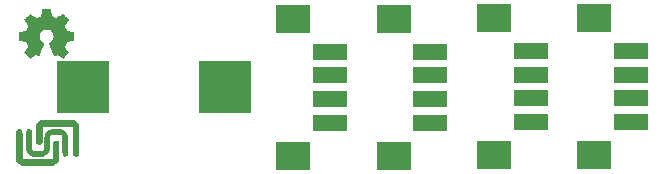
<source format=gbr>
G04 #@! TF.FileFunction,Soldermask,Bot*
%FSLAX46Y46*%
G04 Gerber Fmt 4.6, Leading zero omitted, Abs format (unit mm)*
G04 Created by KiCad (PCBNEW 4.0.7) date Thu Nov 30 10:56:44 2017*
%MOMM*%
%LPD*%
G01*
G04 APERTURE LIST*
%ADD10C,0.100000*%
%ADD11C,0.010000*%
%ADD12R,2.900000X1.400000*%
%ADD13R,2.900000X2.400000*%
%ADD14R,4.400000X4.400000*%
G04 APERTURE END LIST*
D10*
D11*
G36*
X122053764Y-95064576D02*
X122003448Y-95084914D01*
X121960705Y-95121371D01*
X121898833Y-95183243D01*
X121898833Y-96369411D01*
X121898885Y-96624061D01*
X121899120Y-96839972D01*
X121899655Y-97020738D01*
X121900612Y-97169954D01*
X121902108Y-97291213D01*
X121904262Y-97388110D01*
X121907194Y-97464239D01*
X121911021Y-97523194D01*
X121915863Y-97568569D01*
X121921839Y-97603960D01*
X121929068Y-97632959D01*
X121937668Y-97659161D01*
X121941873Y-97670611D01*
X122016721Y-97812259D01*
X122125413Y-97934798D01*
X122261092Y-98030771D01*
X122283829Y-98042655D01*
X122413595Y-98107500D01*
X124982405Y-98107500D01*
X125112171Y-98042655D01*
X125251379Y-97951412D01*
X125364650Y-97832459D01*
X125445129Y-97693256D01*
X125454127Y-97670611D01*
X125465942Y-97636612D01*
X125475381Y-97601250D01*
X125482710Y-97559522D01*
X125488191Y-97506422D01*
X125492091Y-97436947D01*
X125494674Y-97346092D01*
X125496204Y-97228850D01*
X125496945Y-97080220D01*
X125497163Y-96895195D01*
X125497167Y-96856244D01*
X125497167Y-96156910D01*
X125436852Y-96096595D01*
X125352364Y-96037457D01*
X125262066Y-96017755D01*
X125173349Y-96036699D01*
X125093606Y-96093505D01*
X125058748Y-96136838D01*
X125044951Y-96158381D01*
X125034060Y-96180685D01*
X125025732Y-96208744D01*
X125019623Y-96247555D01*
X125015390Y-96302111D01*
X125012688Y-96377407D01*
X125011175Y-96478438D01*
X125010506Y-96610198D01*
X125010338Y-96777682D01*
X125010333Y-96840296D01*
X125010333Y-97471832D01*
X124948570Y-97540958D01*
X124886806Y-97610083D01*
X122509194Y-97610083D01*
X122447430Y-97540958D01*
X122385667Y-97471832D01*
X122385667Y-96359865D01*
X122385628Y-96105614D01*
X122385312Y-95890226D01*
X122384416Y-95710234D01*
X122382636Y-95562167D01*
X122379672Y-95442557D01*
X122375221Y-95347934D01*
X122368981Y-95274828D01*
X122360649Y-95219771D01*
X122349922Y-95179292D01*
X122336500Y-95149924D01*
X122320078Y-95128196D01*
X122300357Y-95110640D01*
X122277032Y-95093786D01*
X122275245Y-95092535D01*
X122222496Y-95071351D01*
X122148573Y-95060202D01*
X122125329Y-95059500D01*
X122053764Y-95064576D01*
X122053764Y-95064576D01*
G37*
X122053764Y-95064576D02*
X122003448Y-95084914D01*
X121960705Y-95121371D01*
X121898833Y-95183243D01*
X121898833Y-96369411D01*
X121898885Y-96624061D01*
X121899120Y-96839972D01*
X121899655Y-97020738D01*
X121900612Y-97169954D01*
X121902108Y-97291213D01*
X121904262Y-97388110D01*
X121907194Y-97464239D01*
X121911021Y-97523194D01*
X121915863Y-97568569D01*
X121921839Y-97603960D01*
X121929068Y-97632959D01*
X121937668Y-97659161D01*
X121941873Y-97670611D01*
X122016721Y-97812259D01*
X122125413Y-97934798D01*
X122261092Y-98030771D01*
X122283829Y-98042655D01*
X122413595Y-98107500D01*
X124982405Y-98107500D01*
X125112171Y-98042655D01*
X125251379Y-97951412D01*
X125364650Y-97832459D01*
X125445129Y-97693256D01*
X125454127Y-97670611D01*
X125465942Y-97636612D01*
X125475381Y-97601250D01*
X125482710Y-97559522D01*
X125488191Y-97506422D01*
X125492091Y-97436947D01*
X125494674Y-97346092D01*
X125496204Y-97228850D01*
X125496945Y-97080220D01*
X125497163Y-96895195D01*
X125497167Y-96856244D01*
X125497167Y-96156910D01*
X125436852Y-96096595D01*
X125352364Y-96037457D01*
X125262066Y-96017755D01*
X125173349Y-96036699D01*
X125093606Y-96093505D01*
X125058748Y-96136838D01*
X125044951Y-96158381D01*
X125034060Y-96180685D01*
X125025732Y-96208744D01*
X125019623Y-96247555D01*
X125015390Y-96302111D01*
X125012688Y-96377407D01*
X125011175Y-96478438D01*
X125010506Y-96610198D01*
X125010338Y-96777682D01*
X125010333Y-96840296D01*
X125010333Y-97471832D01*
X124948570Y-97540958D01*
X124886806Y-97610083D01*
X122509194Y-97610083D01*
X122447430Y-97540958D01*
X122385667Y-97471832D01*
X122385667Y-96359865D01*
X122385628Y-96105614D01*
X122385312Y-95890226D01*
X122384416Y-95710234D01*
X122382636Y-95562167D01*
X122379672Y-95442557D01*
X122375221Y-95347934D01*
X122368981Y-95274828D01*
X122360649Y-95219771D01*
X122349922Y-95179292D01*
X122336500Y-95149924D01*
X122320078Y-95128196D01*
X122300357Y-95110640D01*
X122277032Y-95093786D01*
X122275245Y-95092535D01*
X122222496Y-95071351D01*
X122148573Y-95060202D01*
X122125329Y-95059500D01*
X122053764Y-95064576D01*
G36*
X123977163Y-94320011D02*
X123837955Y-94411254D01*
X123724683Y-94530207D01*
X123644205Y-94669411D01*
X123635206Y-94692055D01*
X123623391Y-94726055D01*
X123613953Y-94761416D01*
X123606624Y-94803145D01*
X123601142Y-94856244D01*
X123597242Y-94925719D01*
X123594660Y-95016575D01*
X123593130Y-95133816D01*
X123592388Y-95282447D01*
X123592171Y-95467472D01*
X123592167Y-95506422D01*
X123592167Y-96205756D01*
X123652482Y-96266071D01*
X123736969Y-96325209D01*
X123827268Y-96344912D01*
X123915985Y-96325967D01*
X123995728Y-96269162D01*
X124030585Y-96225828D01*
X124044383Y-96204286D01*
X124055274Y-96181982D01*
X124063602Y-96153922D01*
X124069711Y-96115111D01*
X124073944Y-96060555D01*
X124076645Y-95985259D01*
X124078158Y-95884228D01*
X124078827Y-95752468D01*
X124078996Y-95584984D01*
X124079000Y-95522370D01*
X124079000Y-94890835D01*
X124140764Y-94821709D01*
X124202527Y-94752583D01*
X126580140Y-94752583D01*
X126641903Y-94821709D01*
X126703667Y-94890835D01*
X126703667Y-95991847D01*
X126703746Y-96247581D01*
X126704179Y-96464436D01*
X126705260Y-96645865D01*
X126707280Y-96795321D01*
X126710534Y-96916259D01*
X126715313Y-97012132D01*
X126721911Y-97086394D01*
X126730621Y-97142498D01*
X126741736Y-97183898D01*
X126755548Y-97214049D01*
X126772351Y-97236403D01*
X126792438Y-97254413D01*
X126811974Y-97268650D01*
X126869483Y-97291976D01*
X126948708Y-97302873D01*
X126964005Y-97303166D01*
X127035570Y-97298090D01*
X127085885Y-97277752D01*
X127128628Y-97241295D01*
X127190500Y-97179423D01*
X127190500Y-95993255D01*
X127190448Y-95738605D01*
X127190214Y-95522695D01*
X127189678Y-95341928D01*
X127188721Y-95192713D01*
X127187226Y-95071454D01*
X127185071Y-94974557D01*
X127182140Y-94898428D01*
X127178313Y-94839473D01*
X127173471Y-94794097D01*
X127167495Y-94758707D01*
X127160266Y-94729708D01*
X127151665Y-94703505D01*
X127147461Y-94692055D01*
X127072612Y-94550408D01*
X126963921Y-94427868D01*
X126828242Y-94331896D01*
X126805504Y-94320011D01*
X126675739Y-94255166D01*
X124106928Y-94255166D01*
X123977163Y-94320011D01*
X123977163Y-94320011D01*
G37*
X123977163Y-94320011D02*
X123837955Y-94411254D01*
X123724683Y-94530207D01*
X123644205Y-94669411D01*
X123635206Y-94692055D01*
X123623391Y-94726055D01*
X123613953Y-94761416D01*
X123606624Y-94803145D01*
X123601142Y-94856244D01*
X123597242Y-94925719D01*
X123594660Y-95016575D01*
X123593130Y-95133816D01*
X123592388Y-95282447D01*
X123592171Y-95467472D01*
X123592167Y-95506422D01*
X123592167Y-96205756D01*
X123652482Y-96266071D01*
X123736969Y-96325209D01*
X123827268Y-96344912D01*
X123915985Y-96325967D01*
X123995728Y-96269162D01*
X124030585Y-96225828D01*
X124044383Y-96204286D01*
X124055274Y-96181982D01*
X124063602Y-96153922D01*
X124069711Y-96115111D01*
X124073944Y-96060555D01*
X124076645Y-95985259D01*
X124078158Y-95884228D01*
X124078827Y-95752468D01*
X124078996Y-95584984D01*
X124079000Y-95522370D01*
X124079000Y-94890835D01*
X124140764Y-94821709D01*
X124202527Y-94752583D01*
X126580140Y-94752583D01*
X126641903Y-94821709D01*
X126703667Y-94890835D01*
X126703667Y-95991847D01*
X126703746Y-96247581D01*
X126704179Y-96464436D01*
X126705260Y-96645865D01*
X126707280Y-96795321D01*
X126710534Y-96916259D01*
X126715313Y-97012132D01*
X126721911Y-97086394D01*
X126730621Y-97142498D01*
X126741736Y-97183898D01*
X126755548Y-97214049D01*
X126772351Y-97236403D01*
X126792438Y-97254413D01*
X126811974Y-97268650D01*
X126869483Y-97291976D01*
X126948708Y-97302873D01*
X126964005Y-97303166D01*
X127035570Y-97298090D01*
X127085885Y-97277752D01*
X127128628Y-97241295D01*
X127190500Y-97179423D01*
X127190500Y-95993255D01*
X127190448Y-95738605D01*
X127190214Y-95522695D01*
X127189678Y-95341928D01*
X127188721Y-95192713D01*
X127187226Y-95071454D01*
X127185071Y-94974557D01*
X127182140Y-94898428D01*
X127178313Y-94839473D01*
X127173471Y-94794097D01*
X127167495Y-94758707D01*
X127160266Y-94729708D01*
X127151665Y-94703505D01*
X127147461Y-94692055D01*
X127072612Y-94550408D01*
X126963921Y-94427868D01*
X126828242Y-94331896D01*
X126805504Y-94320011D01*
X126675739Y-94255166D01*
X124106928Y-94255166D01*
X123977163Y-94320011D01*
G36*
X125088879Y-95060849D02*
X124949123Y-95065971D01*
X124838484Y-95076478D01*
X124750381Y-95093981D01*
X124678233Y-95120094D01*
X124615461Y-95156428D01*
X124555484Y-95204594D01*
X124514769Y-95243122D01*
X124462433Y-95295413D01*
X124420582Y-95341568D01*
X124387950Y-95387045D01*
X124363272Y-95437306D01*
X124345283Y-95497809D01*
X124332718Y-95574016D01*
X124324310Y-95671387D01*
X124318795Y-95795382D01*
X124314908Y-95951461D01*
X124311844Y-96118831D01*
X124308370Y-96305636D01*
X124304551Y-96455009D01*
X124299394Y-96571844D01*
X124291904Y-96661036D01*
X124281088Y-96727481D01*
X124265953Y-96776074D01*
X124245506Y-96811711D01*
X124218753Y-96839285D01*
X124184701Y-96863694D01*
X124157225Y-96880765D01*
X124127274Y-96896381D01*
X124091889Y-96907531D01*
X124043751Y-96914945D01*
X123975539Y-96919355D01*
X123879936Y-96921491D01*
X123749622Y-96922085D01*
X123743532Y-96922087D01*
X123590428Y-96920681D01*
X123473231Y-96915293D01*
X123385578Y-96904283D01*
X123321108Y-96886015D01*
X123273459Y-96858851D01*
X123236269Y-96821153D01*
X123211500Y-96785123D01*
X123200250Y-96765151D01*
X123191170Y-96742417D01*
X123184027Y-96712441D01*
X123178592Y-96670745D01*
X123174631Y-96612850D01*
X123171913Y-96534278D01*
X123170206Y-96430548D01*
X123169278Y-96297183D01*
X123168898Y-96129704D01*
X123168834Y-95960485D01*
X123168650Y-95753341D01*
X123167829Y-95584261D01*
X123165966Y-95448974D01*
X123162657Y-95343211D01*
X123157496Y-95262703D01*
X123150079Y-95203181D01*
X123140002Y-95160373D01*
X123126859Y-95130012D01*
X123110247Y-95107828D01*
X123089758Y-95089550D01*
X123086001Y-95086631D01*
X123024847Y-95062403D01*
X122948244Y-95060816D01*
X122875398Y-95080207D01*
X122833857Y-95108489D01*
X122822224Y-95121707D01*
X122812739Y-95136924D01*
X122805184Y-95158292D01*
X122799340Y-95189965D01*
X122794990Y-95236094D01*
X122791916Y-95300833D01*
X122789900Y-95388334D01*
X122788724Y-95502749D01*
X122788170Y-95648230D01*
X122788020Y-95828931D01*
X122788040Y-95981614D01*
X122788247Y-96805750D01*
X122839851Y-96916589D01*
X122917024Y-97040767D01*
X123021501Y-97149625D01*
X123141796Y-97232287D01*
X123201992Y-97259542D01*
X123246879Y-97274779D01*
X123293229Y-97286038D01*
X123348256Y-97293904D01*
X123419178Y-97298962D01*
X123513210Y-97301796D01*
X123637567Y-97302991D01*
X123740334Y-97303166D01*
X123889396Y-97302709D01*
X124003284Y-97300958D01*
X124089151Y-97297351D01*
X124154148Y-97291320D01*
X124205428Y-97282300D01*
X124250145Y-97269727D01*
X124275044Y-97260901D01*
X124398716Y-97194071D01*
X124510720Y-97094299D01*
X124601345Y-96970930D01*
X124627044Y-96922166D01*
X124643209Y-96887056D01*
X124655965Y-96854126D01*
X124665823Y-96817852D01*
X124673290Y-96772713D01*
X124678879Y-96713183D01*
X124683097Y-96633740D01*
X124686456Y-96528862D01*
X124689465Y-96393023D01*
X124692634Y-96220701D01*
X124692834Y-96209446D01*
X124703417Y-95613141D01*
X124756333Y-95556559D01*
X124797768Y-95515562D01*
X124839014Y-95485490D01*
X124887402Y-95464673D01*
X124950263Y-95451439D01*
X125034927Y-95444117D01*
X125148724Y-95441035D01*
X125265375Y-95440500D01*
X125417827Y-95441983D01*
X125534415Y-95447539D01*
X125621536Y-95458831D01*
X125685592Y-95477519D01*
X125732980Y-95505266D01*
X125770102Y-95543734D01*
X125793166Y-95577544D01*
X125804509Y-95597693D01*
X125813644Y-95620629D01*
X125820810Y-95650876D01*
X125826244Y-95692960D01*
X125830186Y-95751409D01*
X125832873Y-95830748D01*
X125834542Y-95935504D01*
X125835433Y-96070202D01*
X125835783Y-96239371D01*
X125835834Y-96388829D01*
X125836120Y-96599186D01*
X125837233Y-96771398D01*
X125839552Y-96909652D01*
X125843457Y-97018135D01*
X125849324Y-97101032D01*
X125857536Y-97162530D01*
X125868469Y-97206816D01*
X125882505Y-97238075D01*
X125900021Y-97260496D01*
X125916040Y-97274310D01*
X125979214Y-97299717D01*
X126057070Y-97301790D01*
X126130493Y-97282040D01*
X126170811Y-97254177D01*
X126182443Y-97240960D01*
X126191928Y-97225742D01*
X126199483Y-97204374D01*
X126205327Y-97172701D01*
X126209677Y-97126571D01*
X126212751Y-97061833D01*
X126214767Y-96974333D01*
X126215943Y-96859918D01*
X126216497Y-96714436D01*
X126216646Y-96533735D01*
X126216627Y-96381052D01*
X126216420Y-95556917D01*
X126164816Y-95446077D01*
X126087643Y-95321900D01*
X125983165Y-95213041D01*
X125862870Y-95130380D01*
X125802675Y-95103124D01*
X125757788Y-95087887D01*
X125711439Y-95076628D01*
X125656410Y-95068762D01*
X125585488Y-95063704D01*
X125491457Y-95060870D01*
X125367100Y-95059675D01*
X125264334Y-95059500D01*
X125088879Y-95060849D01*
X125088879Y-95060849D01*
G37*
X125088879Y-95060849D02*
X124949123Y-95065971D01*
X124838484Y-95076478D01*
X124750381Y-95093981D01*
X124678233Y-95120094D01*
X124615461Y-95156428D01*
X124555484Y-95204594D01*
X124514769Y-95243122D01*
X124462433Y-95295413D01*
X124420582Y-95341568D01*
X124387950Y-95387045D01*
X124363272Y-95437306D01*
X124345283Y-95497809D01*
X124332718Y-95574016D01*
X124324310Y-95671387D01*
X124318795Y-95795382D01*
X124314908Y-95951461D01*
X124311844Y-96118831D01*
X124308370Y-96305636D01*
X124304551Y-96455009D01*
X124299394Y-96571844D01*
X124291904Y-96661036D01*
X124281088Y-96727481D01*
X124265953Y-96776074D01*
X124245506Y-96811711D01*
X124218753Y-96839285D01*
X124184701Y-96863694D01*
X124157225Y-96880765D01*
X124127274Y-96896381D01*
X124091889Y-96907531D01*
X124043751Y-96914945D01*
X123975539Y-96919355D01*
X123879936Y-96921491D01*
X123749622Y-96922085D01*
X123743532Y-96922087D01*
X123590428Y-96920681D01*
X123473231Y-96915293D01*
X123385578Y-96904283D01*
X123321108Y-96886015D01*
X123273459Y-96858851D01*
X123236269Y-96821153D01*
X123211500Y-96785123D01*
X123200250Y-96765151D01*
X123191170Y-96742417D01*
X123184027Y-96712441D01*
X123178592Y-96670745D01*
X123174631Y-96612850D01*
X123171913Y-96534278D01*
X123170206Y-96430548D01*
X123169278Y-96297183D01*
X123168898Y-96129704D01*
X123168834Y-95960485D01*
X123168650Y-95753341D01*
X123167829Y-95584261D01*
X123165966Y-95448974D01*
X123162657Y-95343211D01*
X123157496Y-95262703D01*
X123150079Y-95203181D01*
X123140002Y-95160373D01*
X123126859Y-95130012D01*
X123110247Y-95107828D01*
X123089758Y-95089550D01*
X123086001Y-95086631D01*
X123024847Y-95062403D01*
X122948244Y-95060816D01*
X122875398Y-95080207D01*
X122833857Y-95108489D01*
X122822224Y-95121707D01*
X122812739Y-95136924D01*
X122805184Y-95158292D01*
X122799340Y-95189965D01*
X122794990Y-95236094D01*
X122791916Y-95300833D01*
X122789900Y-95388334D01*
X122788724Y-95502749D01*
X122788170Y-95648230D01*
X122788020Y-95828931D01*
X122788040Y-95981614D01*
X122788247Y-96805750D01*
X122839851Y-96916589D01*
X122917024Y-97040767D01*
X123021501Y-97149625D01*
X123141796Y-97232287D01*
X123201992Y-97259542D01*
X123246879Y-97274779D01*
X123293229Y-97286038D01*
X123348256Y-97293904D01*
X123419178Y-97298962D01*
X123513210Y-97301796D01*
X123637567Y-97302991D01*
X123740334Y-97303166D01*
X123889396Y-97302709D01*
X124003284Y-97300958D01*
X124089151Y-97297351D01*
X124154148Y-97291320D01*
X124205428Y-97282300D01*
X124250145Y-97269727D01*
X124275044Y-97260901D01*
X124398716Y-97194071D01*
X124510720Y-97094299D01*
X124601345Y-96970930D01*
X124627044Y-96922166D01*
X124643209Y-96887056D01*
X124655965Y-96854126D01*
X124665823Y-96817852D01*
X124673290Y-96772713D01*
X124678879Y-96713183D01*
X124683097Y-96633740D01*
X124686456Y-96528862D01*
X124689465Y-96393023D01*
X124692634Y-96220701D01*
X124692834Y-96209446D01*
X124703417Y-95613141D01*
X124756333Y-95556559D01*
X124797768Y-95515562D01*
X124839014Y-95485490D01*
X124887402Y-95464673D01*
X124950263Y-95451439D01*
X125034927Y-95444117D01*
X125148724Y-95441035D01*
X125265375Y-95440500D01*
X125417827Y-95441983D01*
X125534415Y-95447539D01*
X125621536Y-95458831D01*
X125685592Y-95477519D01*
X125732980Y-95505266D01*
X125770102Y-95543734D01*
X125793166Y-95577544D01*
X125804509Y-95597693D01*
X125813644Y-95620629D01*
X125820810Y-95650876D01*
X125826244Y-95692960D01*
X125830186Y-95751409D01*
X125832873Y-95830748D01*
X125834542Y-95935504D01*
X125835433Y-96070202D01*
X125835783Y-96239371D01*
X125835834Y-96388829D01*
X125836120Y-96599186D01*
X125837233Y-96771398D01*
X125839552Y-96909652D01*
X125843457Y-97018135D01*
X125849324Y-97101032D01*
X125857536Y-97162530D01*
X125868469Y-97206816D01*
X125882505Y-97238075D01*
X125900021Y-97260496D01*
X125916040Y-97274310D01*
X125979214Y-97299717D01*
X126057070Y-97301790D01*
X126130493Y-97282040D01*
X126170811Y-97254177D01*
X126182443Y-97240960D01*
X126191928Y-97225742D01*
X126199483Y-97204374D01*
X126205327Y-97172701D01*
X126209677Y-97126571D01*
X126212751Y-97061833D01*
X126214767Y-96974333D01*
X126215943Y-96859918D01*
X126216497Y-96714436D01*
X126216646Y-96533735D01*
X126216627Y-96381052D01*
X126216420Y-95556917D01*
X126164816Y-95446077D01*
X126087643Y-95321900D01*
X125983165Y-95213041D01*
X125862870Y-95130380D01*
X125802675Y-95103124D01*
X125757788Y-95087887D01*
X125711439Y-95076628D01*
X125656410Y-95068762D01*
X125585488Y-95063704D01*
X125491457Y-95060870D01*
X125367100Y-95059675D01*
X125264334Y-95059500D01*
X125088879Y-95060849D01*
G36*
X124356090Y-84872348D02*
X124277546Y-84872778D01*
X124220702Y-84873942D01*
X124181895Y-84876207D01*
X124157462Y-84879940D01*
X124143738Y-84885506D01*
X124137060Y-84893273D01*
X124133764Y-84903605D01*
X124133444Y-84904943D01*
X124128438Y-84929079D01*
X124119171Y-84976701D01*
X124106608Y-85042741D01*
X124091713Y-85122128D01*
X124075449Y-85209796D01*
X124074881Y-85212875D01*
X124058590Y-85298789D01*
X124043348Y-85374696D01*
X124030139Y-85436045D01*
X124019946Y-85478282D01*
X124013752Y-85496855D01*
X124013457Y-85497184D01*
X123995212Y-85506253D01*
X123957595Y-85521367D01*
X123908729Y-85539262D01*
X123908457Y-85539358D01*
X123846907Y-85562493D01*
X123774343Y-85591965D01*
X123705943Y-85621597D01*
X123702706Y-85623062D01*
X123591298Y-85673626D01*
X123344601Y-85505160D01*
X123268923Y-85453803D01*
X123200369Y-85407889D01*
X123142912Y-85370030D01*
X123100524Y-85342837D01*
X123077175Y-85328921D01*
X123074958Y-85327889D01*
X123057990Y-85332484D01*
X123026299Y-85354655D01*
X122978648Y-85395447D01*
X122913802Y-85455905D01*
X122847603Y-85520227D01*
X122783786Y-85583612D01*
X122726671Y-85641451D01*
X122679695Y-85690175D01*
X122646297Y-85726210D01*
X122629915Y-85745984D01*
X122629306Y-85747002D01*
X122627495Y-85760572D01*
X122634317Y-85782733D01*
X122651460Y-85816478D01*
X122680607Y-85864800D01*
X122723445Y-85930692D01*
X122780552Y-86015517D01*
X122831234Y-86090177D01*
X122876539Y-86157140D01*
X122913850Y-86212516D01*
X122940548Y-86252420D01*
X122954015Y-86272962D01*
X122954863Y-86274356D01*
X122953219Y-86294038D01*
X122940755Y-86332293D01*
X122919952Y-86381889D01*
X122912538Y-86397728D01*
X122880186Y-86468290D01*
X122845672Y-86548353D01*
X122817635Y-86617629D01*
X122797432Y-86669045D01*
X122781385Y-86708119D01*
X122772112Y-86728541D01*
X122770959Y-86730114D01*
X122753904Y-86732721D01*
X122713702Y-86739863D01*
X122655698Y-86750523D01*
X122585237Y-86763685D01*
X122507665Y-86778333D01*
X122428328Y-86793449D01*
X122352569Y-86808018D01*
X122285736Y-86821022D01*
X122233172Y-86831445D01*
X122200224Y-86838270D01*
X122192143Y-86840199D01*
X122183795Y-86844962D01*
X122177494Y-86855718D01*
X122172955Y-86876098D01*
X122169896Y-86909734D01*
X122168033Y-86960255D01*
X122167082Y-87031292D01*
X122166760Y-87126476D01*
X122166743Y-87165492D01*
X122166743Y-87482799D01*
X122242943Y-87497839D01*
X122285337Y-87505995D01*
X122348600Y-87517899D01*
X122425038Y-87532116D01*
X122506957Y-87547210D01*
X122529600Y-87551355D01*
X122605194Y-87566053D01*
X122671047Y-87580505D01*
X122721634Y-87593375D01*
X122751426Y-87603322D01*
X122756388Y-87606287D01*
X122768574Y-87627283D01*
X122786047Y-87667967D01*
X122805423Y-87720322D01*
X122809266Y-87731600D01*
X122834661Y-87801523D01*
X122866183Y-87880418D01*
X122897031Y-87951266D01*
X122897183Y-87951595D01*
X122948553Y-88062733D01*
X122779601Y-88311253D01*
X122610648Y-88559772D01*
X122827571Y-88777058D01*
X122893181Y-88841726D01*
X122953021Y-88898733D01*
X123003733Y-88945033D01*
X123041954Y-88977584D01*
X123064325Y-88993343D01*
X123067534Y-88994343D01*
X123086374Y-88986469D01*
X123124820Y-88964578D01*
X123178670Y-88931267D01*
X123243724Y-88889131D01*
X123314060Y-88841943D01*
X123385445Y-88793810D01*
X123449092Y-88751928D01*
X123500959Y-88718871D01*
X123537005Y-88697218D01*
X123553133Y-88689543D01*
X123572811Y-88696037D01*
X123610125Y-88713150D01*
X123657379Y-88737326D01*
X123662388Y-88740013D01*
X123726023Y-88771927D01*
X123769659Y-88787579D01*
X123796798Y-88787745D01*
X123810943Y-88773204D01*
X123811025Y-88773000D01*
X123818095Y-88755779D01*
X123834958Y-88714899D01*
X123860305Y-88653525D01*
X123892829Y-88574819D01*
X123931222Y-88481947D01*
X123974178Y-88378072D01*
X124015778Y-88277502D01*
X124061496Y-88166516D01*
X124103474Y-88063703D01*
X124140452Y-87972215D01*
X124171173Y-87895201D01*
X124194378Y-87835815D01*
X124208810Y-87797209D01*
X124213257Y-87782800D01*
X124202104Y-87766272D01*
X124172931Y-87739930D01*
X124134029Y-87710887D01*
X124023243Y-87619039D01*
X123936649Y-87513759D01*
X123875284Y-87397266D01*
X123840185Y-87271776D01*
X123832392Y-87139507D01*
X123838057Y-87078457D01*
X123868922Y-86951795D01*
X123922080Y-86839941D01*
X123994233Y-86744001D01*
X124082083Y-86665076D01*
X124182335Y-86604270D01*
X124291690Y-86562687D01*
X124406853Y-86541428D01*
X124524525Y-86541599D01*
X124641410Y-86564301D01*
X124754211Y-86610638D01*
X124859631Y-86681713D01*
X124903632Y-86721911D01*
X124988021Y-86825129D01*
X125046778Y-86937925D01*
X125080296Y-87057010D01*
X125088965Y-87179095D01*
X125073177Y-87300893D01*
X125033322Y-87419116D01*
X124969793Y-87530475D01*
X124882979Y-87631684D01*
X124785971Y-87710887D01*
X124745563Y-87741162D01*
X124717018Y-87767219D01*
X124706743Y-87782825D01*
X124712123Y-87799843D01*
X124727425Y-87840500D01*
X124751388Y-87901642D01*
X124782756Y-87980119D01*
X124820268Y-88072780D01*
X124862667Y-88176472D01*
X124904337Y-88277526D01*
X124950310Y-88388607D01*
X124992893Y-88491541D01*
X125030779Y-88583165D01*
X125062660Y-88660316D01*
X125087229Y-88719831D01*
X125103180Y-88758544D01*
X125109090Y-88773000D01*
X125123052Y-88787685D01*
X125150060Y-88787642D01*
X125193587Y-88772099D01*
X125257110Y-88740284D01*
X125257612Y-88740013D01*
X125305440Y-88715323D01*
X125344103Y-88697338D01*
X125365905Y-88689614D01*
X125366867Y-88689543D01*
X125383279Y-88697378D01*
X125419513Y-88719165D01*
X125471526Y-88752328D01*
X125535275Y-88794291D01*
X125605940Y-88841943D01*
X125677884Y-88890191D01*
X125742726Y-88932151D01*
X125796265Y-88965227D01*
X125834303Y-88986821D01*
X125852467Y-88994343D01*
X125869192Y-88984457D01*
X125902820Y-88956826D01*
X125949990Y-88914495D01*
X126007342Y-88860505D01*
X126071516Y-88797899D01*
X126092503Y-88776983D01*
X126309501Y-88559623D01*
X126144332Y-88317220D01*
X126094136Y-88242781D01*
X126050081Y-88175972D01*
X126014638Y-88120665D01*
X125990281Y-88080729D01*
X125979478Y-88060036D01*
X125979162Y-88058563D01*
X125984857Y-88039058D01*
X126000174Y-87999822D01*
X126022463Y-87947430D01*
X126038107Y-87912355D01*
X126067359Y-87845201D01*
X126094906Y-87777358D01*
X126116263Y-87720034D01*
X126122065Y-87702572D01*
X126138548Y-87655938D01*
X126154660Y-87619905D01*
X126163510Y-87606287D01*
X126183040Y-87597952D01*
X126225666Y-87586137D01*
X126285855Y-87572181D01*
X126358078Y-87557422D01*
X126390400Y-87551355D01*
X126472478Y-87536273D01*
X126551205Y-87521669D01*
X126618891Y-87508980D01*
X126667840Y-87499642D01*
X126677057Y-87497839D01*
X126753257Y-87482799D01*
X126753257Y-87165492D01*
X126753086Y-87061154D01*
X126752384Y-86982213D01*
X126750866Y-86925038D01*
X126748251Y-86885999D01*
X126744254Y-86861465D01*
X126738591Y-86847805D01*
X126730980Y-86841389D01*
X126727857Y-86840199D01*
X126709022Y-86835980D01*
X126667412Y-86827562D01*
X126608370Y-86815961D01*
X126537243Y-86802195D01*
X126459375Y-86787280D01*
X126380113Y-86772232D01*
X126304802Y-86758069D01*
X126238787Y-86745806D01*
X126187413Y-86736461D01*
X126156025Y-86731050D01*
X126149041Y-86730114D01*
X126142715Y-86717596D01*
X126128710Y-86684246D01*
X126109645Y-86636377D01*
X126102366Y-86617629D01*
X126073004Y-86545195D01*
X126038429Y-86465170D01*
X126007463Y-86397728D01*
X125984677Y-86346159D01*
X125969518Y-86303785D01*
X125964458Y-86277834D01*
X125965264Y-86274356D01*
X125975959Y-86257936D01*
X126000380Y-86221417D01*
X126035905Y-86168687D01*
X126079913Y-86103635D01*
X126129783Y-86030151D01*
X126139644Y-86015645D01*
X126197508Y-85929704D01*
X126240044Y-85864261D01*
X126268946Y-85816304D01*
X126285910Y-85782820D01*
X126292633Y-85760795D01*
X126290810Y-85747217D01*
X126290764Y-85747131D01*
X126276414Y-85729297D01*
X126244677Y-85694817D01*
X126198990Y-85647268D01*
X126142796Y-85590222D01*
X126079532Y-85527255D01*
X126072398Y-85520227D01*
X125992670Y-85443020D01*
X125931143Y-85386330D01*
X125886579Y-85349110D01*
X125857743Y-85330315D01*
X125845042Y-85327889D01*
X125826506Y-85338471D01*
X125788039Y-85362916D01*
X125733614Y-85398612D01*
X125667202Y-85442947D01*
X125592775Y-85493311D01*
X125575399Y-85505160D01*
X125328703Y-85673626D01*
X125217294Y-85623062D01*
X125149543Y-85593595D01*
X125076817Y-85563959D01*
X125014297Y-85540330D01*
X125011543Y-85539358D01*
X124962640Y-85521457D01*
X124924943Y-85506320D01*
X124906575Y-85497210D01*
X124906544Y-85497184D01*
X124900715Y-85480717D01*
X124890808Y-85440219D01*
X124877805Y-85380242D01*
X124862691Y-85305340D01*
X124846448Y-85220064D01*
X124845119Y-85212875D01*
X124828825Y-85125014D01*
X124813867Y-85045260D01*
X124801209Y-84978681D01*
X124791814Y-84930347D01*
X124786646Y-84905325D01*
X124786556Y-84904943D01*
X124783411Y-84894299D01*
X124777296Y-84886262D01*
X124764547Y-84880467D01*
X124741500Y-84876547D01*
X124704491Y-84874135D01*
X124649856Y-84872865D01*
X124573933Y-84872371D01*
X124473056Y-84872286D01*
X124460000Y-84872286D01*
X124356090Y-84872348D01*
X124356090Y-84872348D01*
G37*
X124356090Y-84872348D02*
X124277546Y-84872778D01*
X124220702Y-84873942D01*
X124181895Y-84876207D01*
X124157462Y-84879940D01*
X124143738Y-84885506D01*
X124137060Y-84893273D01*
X124133764Y-84903605D01*
X124133444Y-84904943D01*
X124128438Y-84929079D01*
X124119171Y-84976701D01*
X124106608Y-85042741D01*
X124091713Y-85122128D01*
X124075449Y-85209796D01*
X124074881Y-85212875D01*
X124058590Y-85298789D01*
X124043348Y-85374696D01*
X124030139Y-85436045D01*
X124019946Y-85478282D01*
X124013752Y-85496855D01*
X124013457Y-85497184D01*
X123995212Y-85506253D01*
X123957595Y-85521367D01*
X123908729Y-85539262D01*
X123908457Y-85539358D01*
X123846907Y-85562493D01*
X123774343Y-85591965D01*
X123705943Y-85621597D01*
X123702706Y-85623062D01*
X123591298Y-85673626D01*
X123344601Y-85505160D01*
X123268923Y-85453803D01*
X123200369Y-85407889D01*
X123142912Y-85370030D01*
X123100524Y-85342837D01*
X123077175Y-85328921D01*
X123074958Y-85327889D01*
X123057990Y-85332484D01*
X123026299Y-85354655D01*
X122978648Y-85395447D01*
X122913802Y-85455905D01*
X122847603Y-85520227D01*
X122783786Y-85583612D01*
X122726671Y-85641451D01*
X122679695Y-85690175D01*
X122646297Y-85726210D01*
X122629915Y-85745984D01*
X122629306Y-85747002D01*
X122627495Y-85760572D01*
X122634317Y-85782733D01*
X122651460Y-85816478D01*
X122680607Y-85864800D01*
X122723445Y-85930692D01*
X122780552Y-86015517D01*
X122831234Y-86090177D01*
X122876539Y-86157140D01*
X122913850Y-86212516D01*
X122940548Y-86252420D01*
X122954015Y-86272962D01*
X122954863Y-86274356D01*
X122953219Y-86294038D01*
X122940755Y-86332293D01*
X122919952Y-86381889D01*
X122912538Y-86397728D01*
X122880186Y-86468290D01*
X122845672Y-86548353D01*
X122817635Y-86617629D01*
X122797432Y-86669045D01*
X122781385Y-86708119D01*
X122772112Y-86728541D01*
X122770959Y-86730114D01*
X122753904Y-86732721D01*
X122713702Y-86739863D01*
X122655698Y-86750523D01*
X122585237Y-86763685D01*
X122507665Y-86778333D01*
X122428328Y-86793449D01*
X122352569Y-86808018D01*
X122285736Y-86821022D01*
X122233172Y-86831445D01*
X122200224Y-86838270D01*
X122192143Y-86840199D01*
X122183795Y-86844962D01*
X122177494Y-86855718D01*
X122172955Y-86876098D01*
X122169896Y-86909734D01*
X122168033Y-86960255D01*
X122167082Y-87031292D01*
X122166760Y-87126476D01*
X122166743Y-87165492D01*
X122166743Y-87482799D01*
X122242943Y-87497839D01*
X122285337Y-87505995D01*
X122348600Y-87517899D01*
X122425038Y-87532116D01*
X122506957Y-87547210D01*
X122529600Y-87551355D01*
X122605194Y-87566053D01*
X122671047Y-87580505D01*
X122721634Y-87593375D01*
X122751426Y-87603322D01*
X122756388Y-87606287D01*
X122768574Y-87627283D01*
X122786047Y-87667967D01*
X122805423Y-87720322D01*
X122809266Y-87731600D01*
X122834661Y-87801523D01*
X122866183Y-87880418D01*
X122897031Y-87951266D01*
X122897183Y-87951595D01*
X122948553Y-88062733D01*
X122779601Y-88311253D01*
X122610648Y-88559772D01*
X122827571Y-88777058D01*
X122893181Y-88841726D01*
X122953021Y-88898733D01*
X123003733Y-88945033D01*
X123041954Y-88977584D01*
X123064325Y-88993343D01*
X123067534Y-88994343D01*
X123086374Y-88986469D01*
X123124820Y-88964578D01*
X123178670Y-88931267D01*
X123243724Y-88889131D01*
X123314060Y-88841943D01*
X123385445Y-88793810D01*
X123449092Y-88751928D01*
X123500959Y-88718871D01*
X123537005Y-88697218D01*
X123553133Y-88689543D01*
X123572811Y-88696037D01*
X123610125Y-88713150D01*
X123657379Y-88737326D01*
X123662388Y-88740013D01*
X123726023Y-88771927D01*
X123769659Y-88787579D01*
X123796798Y-88787745D01*
X123810943Y-88773204D01*
X123811025Y-88773000D01*
X123818095Y-88755779D01*
X123834958Y-88714899D01*
X123860305Y-88653525D01*
X123892829Y-88574819D01*
X123931222Y-88481947D01*
X123974178Y-88378072D01*
X124015778Y-88277502D01*
X124061496Y-88166516D01*
X124103474Y-88063703D01*
X124140452Y-87972215D01*
X124171173Y-87895201D01*
X124194378Y-87835815D01*
X124208810Y-87797209D01*
X124213257Y-87782800D01*
X124202104Y-87766272D01*
X124172931Y-87739930D01*
X124134029Y-87710887D01*
X124023243Y-87619039D01*
X123936649Y-87513759D01*
X123875284Y-87397266D01*
X123840185Y-87271776D01*
X123832392Y-87139507D01*
X123838057Y-87078457D01*
X123868922Y-86951795D01*
X123922080Y-86839941D01*
X123994233Y-86744001D01*
X124082083Y-86665076D01*
X124182335Y-86604270D01*
X124291690Y-86562687D01*
X124406853Y-86541428D01*
X124524525Y-86541599D01*
X124641410Y-86564301D01*
X124754211Y-86610638D01*
X124859631Y-86681713D01*
X124903632Y-86721911D01*
X124988021Y-86825129D01*
X125046778Y-86937925D01*
X125080296Y-87057010D01*
X125088965Y-87179095D01*
X125073177Y-87300893D01*
X125033322Y-87419116D01*
X124969793Y-87530475D01*
X124882979Y-87631684D01*
X124785971Y-87710887D01*
X124745563Y-87741162D01*
X124717018Y-87767219D01*
X124706743Y-87782825D01*
X124712123Y-87799843D01*
X124727425Y-87840500D01*
X124751388Y-87901642D01*
X124782756Y-87980119D01*
X124820268Y-88072780D01*
X124862667Y-88176472D01*
X124904337Y-88277526D01*
X124950310Y-88388607D01*
X124992893Y-88491541D01*
X125030779Y-88583165D01*
X125062660Y-88660316D01*
X125087229Y-88719831D01*
X125103180Y-88758544D01*
X125109090Y-88773000D01*
X125123052Y-88787685D01*
X125150060Y-88787642D01*
X125193587Y-88772099D01*
X125257110Y-88740284D01*
X125257612Y-88740013D01*
X125305440Y-88715323D01*
X125344103Y-88697338D01*
X125365905Y-88689614D01*
X125366867Y-88689543D01*
X125383279Y-88697378D01*
X125419513Y-88719165D01*
X125471526Y-88752328D01*
X125535275Y-88794291D01*
X125605940Y-88841943D01*
X125677884Y-88890191D01*
X125742726Y-88932151D01*
X125796265Y-88965227D01*
X125834303Y-88986821D01*
X125852467Y-88994343D01*
X125869192Y-88984457D01*
X125902820Y-88956826D01*
X125949990Y-88914495D01*
X126007342Y-88860505D01*
X126071516Y-88797899D01*
X126092503Y-88776983D01*
X126309501Y-88559623D01*
X126144332Y-88317220D01*
X126094136Y-88242781D01*
X126050081Y-88175972D01*
X126014638Y-88120665D01*
X125990281Y-88080729D01*
X125979478Y-88060036D01*
X125979162Y-88058563D01*
X125984857Y-88039058D01*
X126000174Y-87999822D01*
X126022463Y-87947430D01*
X126038107Y-87912355D01*
X126067359Y-87845201D01*
X126094906Y-87777358D01*
X126116263Y-87720034D01*
X126122065Y-87702572D01*
X126138548Y-87655938D01*
X126154660Y-87619905D01*
X126163510Y-87606287D01*
X126183040Y-87597952D01*
X126225666Y-87586137D01*
X126285855Y-87572181D01*
X126358078Y-87557422D01*
X126390400Y-87551355D01*
X126472478Y-87536273D01*
X126551205Y-87521669D01*
X126618891Y-87508980D01*
X126667840Y-87499642D01*
X126677057Y-87497839D01*
X126753257Y-87482799D01*
X126753257Y-87165492D01*
X126753086Y-87061154D01*
X126752384Y-86982213D01*
X126750866Y-86925038D01*
X126748251Y-86885999D01*
X126744254Y-86861465D01*
X126738591Y-86847805D01*
X126730980Y-86841389D01*
X126727857Y-86840199D01*
X126709022Y-86835980D01*
X126667412Y-86827562D01*
X126608370Y-86815961D01*
X126537243Y-86802195D01*
X126459375Y-86787280D01*
X126380113Y-86772232D01*
X126304802Y-86758069D01*
X126238787Y-86745806D01*
X126187413Y-86736461D01*
X126156025Y-86731050D01*
X126149041Y-86730114D01*
X126142715Y-86717596D01*
X126128710Y-86684246D01*
X126109645Y-86636377D01*
X126102366Y-86617629D01*
X126073004Y-86545195D01*
X126038429Y-86465170D01*
X126007463Y-86397728D01*
X125984677Y-86346159D01*
X125969518Y-86303785D01*
X125964458Y-86277834D01*
X125965264Y-86274356D01*
X125975959Y-86257936D01*
X126000380Y-86221417D01*
X126035905Y-86168687D01*
X126079913Y-86103635D01*
X126129783Y-86030151D01*
X126139644Y-86015645D01*
X126197508Y-85929704D01*
X126240044Y-85864261D01*
X126268946Y-85816304D01*
X126285910Y-85782820D01*
X126292633Y-85760795D01*
X126290810Y-85747217D01*
X126290764Y-85747131D01*
X126276414Y-85729297D01*
X126244677Y-85694817D01*
X126198990Y-85647268D01*
X126142796Y-85590222D01*
X126079532Y-85527255D01*
X126072398Y-85520227D01*
X125992670Y-85443020D01*
X125931143Y-85386330D01*
X125886579Y-85349110D01*
X125857743Y-85330315D01*
X125845042Y-85327889D01*
X125826506Y-85338471D01*
X125788039Y-85362916D01*
X125733614Y-85398612D01*
X125667202Y-85442947D01*
X125592775Y-85493311D01*
X125575399Y-85505160D01*
X125328703Y-85673626D01*
X125217294Y-85623062D01*
X125149543Y-85593595D01*
X125076817Y-85563959D01*
X125014297Y-85540330D01*
X125011543Y-85539358D01*
X124962640Y-85521457D01*
X124924943Y-85506320D01*
X124906575Y-85497210D01*
X124906544Y-85497184D01*
X124900715Y-85480717D01*
X124890808Y-85440219D01*
X124877805Y-85380242D01*
X124862691Y-85305340D01*
X124846448Y-85220064D01*
X124845119Y-85212875D01*
X124828825Y-85125014D01*
X124813867Y-85045260D01*
X124801209Y-84978681D01*
X124791814Y-84930347D01*
X124786646Y-84905325D01*
X124786556Y-84904943D01*
X124783411Y-84894299D01*
X124777296Y-84886262D01*
X124764547Y-84880467D01*
X124741500Y-84876547D01*
X124704491Y-84874135D01*
X124649856Y-84872865D01*
X124573933Y-84872371D01*
X124473056Y-84872286D01*
X124460000Y-84872286D01*
X124356090Y-84872348D01*
D12*
X148500000Y-88500000D03*
X148500000Y-90500000D03*
X148500000Y-92500000D03*
X148500000Y-94500000D03*
D13*
X145377000Y-85700000D03*
X145377000Y-97300000D03*
D12*
X157000000Y-88500000D03*
X157000000Y-90500000D03*
X157000000Y-92500000D03*
X157000000Y-94500000D03*
D13*
X153877000Y-85700000D03*
X153877000Y-97300000D03*
D12*
X165500000Y-88440000D03*
X165500000Y-90440000D03*
X165500000Y-92440000D03*
X165500000Y-94440000D03*
D13*
X162377000Y-85640000D03*
X162377000Y-97240000D03*
D12*
X174000000Y-88440000D03*
X174000000Y-90440000D03*
X174000000Y-92440000D03*
X174000000Y-94440000D03*
D13*
X170877000Y-85640000D03*
X170877000Y-97240000D03*
D14*
X127600000Y-91500000D03*
X139600000Y-91500000D03*
M02*

</source>
